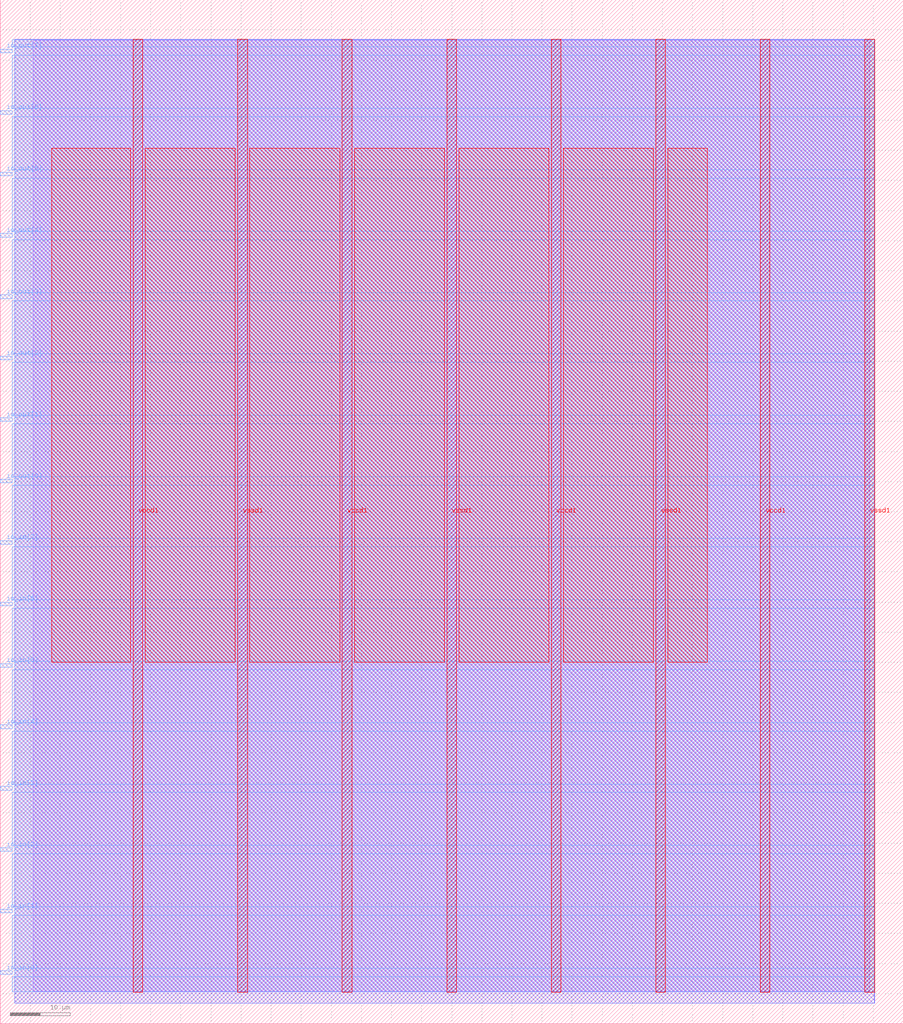
<source format=lef>
VERSION 5.7 ;
  NOWIREEXTENSIONATPIN ON ;
  DIVIDERCHAR "/" ;
  BUSBITCHARS "[]" ;
MACRO mbikovitsky_top
  CLASS BLOCK ;
  FOREIGN mbikovitsky_top ;
  ORIGIN 0.000 0.000 ;
  SIZE 150.000 BY 170.000 ;
  PIN io_in[0]
    DIRECTION INPUT ;
    USE SIGNAL ;
    PORT
      LAYER met3 ;
        RECT 0.000 8.200 2.000 8.800 ;
    END
  END io_in[0]
  PIN io_in[1]
    DIRECTION INPUT ;
    USE SIGNAL ;
    PORT
      LAYER met3 ;
        RECT 0.000 18.400 2.000 19.000 ;
    END
  END io_in[1]
  PIN io_in[2]
    DIRECTION INPUT ;
    USE SIGNAL ;
    PORT
      LAYER met3 ;
        RECT 0.000 28.600 2.000 29.200 ;
    END
  END io_in[2]
  PIN io_in[3]
    DIRECTION INPUT ;
    USE SIGNAL ;
    PORT
      LAYER met3 ;
        RECT 0.000 38.800 2.000 39.400 ;
    END
  END io_in[3]
  PIN io_in[4]
    DIRECTION INPUT ;
    USE SIGNAL ;
    PORT
      LAYER met3 ;
        RECT 0.000 49.000 2.000 49.600 ;
    END
  END io_in[4]
  PIN io_in[5]
    DIRECTION INPUT ;
    USE SIGNAL ;
    PORT
      LAYER met3 ;
        RECT 0.000 59.200 2.000 59.800 ;
    END
  END io_in[5]
  PIN io_in[6]
    DIRECTION INPUT ;
    USE SIGNAL ;
    PORT
      LAYER met3 ;
        RECT 0.000 69.400 2.000 70.000 ;
    END
  END io_in[6]
  PIN io_in[7]
    DIRECTION INPUT ;
    USE SIGNAL ;
    PORT
      LAYER met3 ;
        RECT 0.000 79.600 2.000 80.200 ;
    END
  END io_in[7]
  PIN io_out[0]
    DIRECTION OUTPUT TRISTATE ;
    USE SIGNAL ;
    PORT
      LAYER met3 ;
        RECT 0.000 89.800 2.000 90.400 ;
    END
  END io_out[0]
  PIN io_out[1]
    DIRECTION OUTPUT TRISTATE ;
    USE SIGNAL ;
    PORT
      LAYER met3 ;
        RECT 0.000 100.000 2.000 100.600 ;
    END
  END io_out[1]
  PIN io_out[2]
    DIRECTION OUTPUT TRISTATE ;
    USE SIGNAL ;
    PORT
      LAYER met3 ;
        RECT 0.000 110.200 2.000 110.800 ;
    END
  END io_out[2]
  PIN io_out[3]
    DIRECTION OUTPUT TRISTATE ;
    USE SIGNAL ;
    PORT
      LAYER met3 ;
        RECT 0.000 120.400 2.000 121.000 ;
    END
  END io_out[3]
  PIN io_out[4]
    DIRECTION OUTPUT TRISTATE ;
    USE SIGNAL ;
    PORT
      LAYER met3 ;
        RECT 0.000 130.600 2.000 131.200 ;
    END
  END io_out[4]
  PIN io_out[5]
    DIRECTION OUTPUT TRISTATE ;
    USE SIGNAL ;
    PORT
      LAYER met3 ;
        RECT 0.000 140.800 2.000 141.400 ;
    END
  END io_out[5]
  PIN io_out[6]
    DIRECTION OUTPUT TRISTATE ;
    USE SIGNAL ;
    PORT
      LAYER met3 ;
        RECT 0.000 151.000 2.000 151.600 ;
    END
  END io_out[6]
  PIN io_out[7]
    DIRECTION OUTPUT TRISTATE ;
    USE SIGNAL ;
    PORT
      LAYER met3 ;
        RECT 0.000 161.200 2.000 161.800 ;
    END
  END io_out[7]
  PIN vccd1
    DIRECTION INOUT ;
    USE POWER ;
    PORT
      LAYER met4 ;
        RECT 22.085 5.200 23.685 163.440 ;
    END
    PORT
      LAYER met4 ;
        RECT 56.815 5.200 58.415 163.440 ;
    END
    PORT
      LAYER met4 ;
        RECT 91.545 5.200 93.145 163.440 ;
    END
    PORT
      LAYER met4 ;
        RECT 126.275 5.200 127.875 163.440 ;
    END
  END vccd1
  PIN vssd1
    DIRECTION INOUT ;
    USE GROUND ;
    PORT
      LAYER met4 ;
        RECT 39.450 5.200 41.050 163.440 ;
    END
    PORT
      LAYER met4 ;
        RECT 74.180 5.200 75.780 163.440 ;
    END
    PORT
      LAYER met4 ;
        RECT 108.910 5.200 110.510 163.440 ;
    END
    PORT
      LAYER met4 ;
        RECT 143.640 5.200 145.240 163.440 ;
    END
  END vssd1
  OBS
      LAYER li1 ;
        RECT 5.520 5.355 144.440 163.285 ;
      LAYER met1 ;
        RECT 2.370 3.440 145.240 163.440 ;
      LAYER met2 ;
        RECT 2.390 3.410 145.210 163.385 ;
      LAYER met3 ;
        RECT 2.000 162.200 145.230 163.365 ;
        RECT 2.400 160.800 145.230 162.200 ;
        RECT 2.000 152.000 145.230 160.800 ;
        RECT 2.400 150.600 145.230 152.000 ;
        RECT 2.000 141.800 145.230 150.600 ;
        RECT 2.400 140.400 145.230 141.800 ;
        RECT 2.000 131.600 145.230 140.400 ;
        RECT 2.400 130.200 145.230 131.600 ;
        RECT 2.000 121.400 145.230 130.200 ;
        RECT 2.400 120.000 145.230 121.400 ;
        RECT 2.000 111.200 145.230 120.000 ;
        RECT 2.400 109.800 145.230 111.200 ;
        RECT 2.000 101.000 145.230 109.800 ;
        RECT 2.400 99.600 145.230 101.000 ;
        RECT 2.000 90.800 145.230 99.600 ;
        RECT 2.400 89.400 145.230 90.800 ;
        RECT 2.000 80.600 145.230 89.400 ;
        RECT 2.400 79.200 145.230 80.600 ;
        RECT 2.000 70.400 145.230 79.200 ;
        RECT 2.400 69.000 145.230 70.400 ;
        RECT 2.000 60.200 145.230 69.000 ;
        RECT 2.400 58.800 145.230 60.200 ;
        RECT 2.000 50.000 145.230 58.800 ;
        RECT 2.400 48.600 145.230 50.000 ;
        RECT 2.000 39.800 145.230 48.600 ;
        RECT 2.400 38.400 145.230 39.800 ;
        RECT 2.000 29.600 145.230 38.400 ;
        RECT 2.400 28.200 145.230 29.600 ;
        RECT 2.000 19.400 145.230 28.200 ;
        RECT 2.400 18.000 145.230 19.400 ;
        RECT 2.000 9.200 145.230 18.000 ;
        RECT 2.400 7.800 145.230 9.200 ;
        RECT 2.000 5.275 145.230 7.800 ;
      LAYER met4 ;
        RECT 8.575 60.015 21.685 145.345 ;
        RECT 24.085 60.015 39.050 145.345 ;
        RECT 41.450 60.015 56.415 145.345 ;
        RECT 58.815 60.015 73.780 145.345 ;
        RECT 76.180 60.015 91.145 145.345 ;
        RECT 93.545 60.015 108.510 145.345 ;
        RECT 110.910 60.015 117.465 145.345 ;
  END
END mbikovitsky_top
END LIBRARY


</source>
